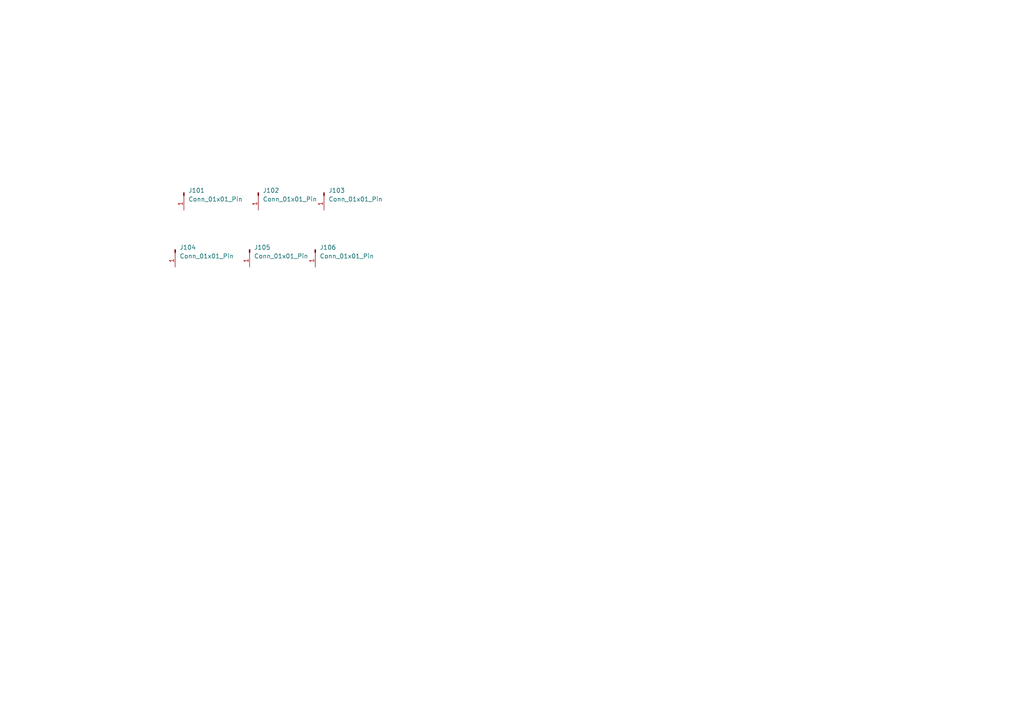
<source format=kicad_sch>
(kicad_sch (version 20230121) (generator eeschema)
  (paper "A4")
  (lib_symbols
    (symbol "Connector:Conn_01x01_Pin" (pin_names (offset 1.016) hide)
      (property "Reference" "J" (at 0 2.54 0))
      (property "Value" "Conn_01x01_Pin" (at 0 -2.54 0))
      (symbol "Conn_01x01_Pin_1_1"
        (polyline (pts (xy 1.27 0) (xy 0.8636 0)) (stroke (width 0.1524)))
        (rectangle (start 0.8636 0.127) (end 0 -0.127) (stroke (width 0.1524)) (fill (type outline)))
        (pin passive line (at 5.08 0 180) (length 3.81) (name "Pin_1") (number "1"))
      )
    )
  )
  (symbol (lib_id "Connector:Conn_01x01_Pin") (at 50.8 72.39 270) (unit 1)
    (property "Reference" "J104" (at 52.07 71.755 90) (effects (justify left)))
    (property "Value" "Conn_01x01_Pin" (at 52.07 74.295 90) (effects (justify left)))
    (property "Footprint" "my_1.6mm_pad:my_1.6mm_pad" (effects hide))
  )
  (symbol (lib_id "Connector:Conn_01x01_Pin") (at 93.98 55.88 270) (unit 1)
    (property "Reference" "J103" (at 95.25 55.245 90) (effects (justify left)))
    (property "Value" "Conn_01x01_Pin" (at 95.25 57.785 90) (effects (justify left)))
    (property "Footprint" "my_1.6mm_pad:my_1.6mm_pad" (effects hide))
  )
  (symbol (lib_id "Connector:Conn_01x01_Pin") (at 91.44 72.39 270) (unit 1)
    (property "Reference" "J106" (at 92.71 71.755 90) (effects (justify left)))
    (property "Value" "Conn_01x01_Pin" (at 92.71 74.295 90) (effects (justify left)))
    (property "Footprint" "my_1.6mm_pad:my_1.6mm_pad" (effects hide))
  )
  (symbol (lib_id "Connector:Conn_01x01_Pin") (at 72.39 72.39 270) (unit 1)
    (property "Reference" "J105" (at 73.66 71.755 90) (effects (justify left)))
    (property "Value" "Conn_01x01_Pin" (at 73.66 74.295 90) (effects (justify left)))
    (property "Footprint" "my_1.6mm_pad:my_1.6mm_pad" (effects hide))
  )
  (symbol (lib_id "Connector:Conn_01x01_Pin") (at 74.93 55.88 270) (unit 1)
    (property "Reference" "J102" (at 76.2 55.245 90) (effects (justify left)))
    (property "Value" "Conn_01x01_Pin" (at 76.2 57.785 90) (effects (justify left)))
    (property "Footprint" "my_1.6mm_pad:my_1.6mm_pad" (effects hide))
  )
  (symbol (lib_id "Connector:Conn_01x01_Pin") (at 53.34 55.88 270) (unit 1)
    (property "Reference" "J101" (at 54.61 55.245 90) (effects (justify left)))
    (property "Value" "Conn_01x01_Pin" (at 54.61 57.785 90) (effects (justify left)))
    (property "Footprint" "my_1.6mm_pad:my_1.6mm_pad" (effects hide))
  )
)
</source>
